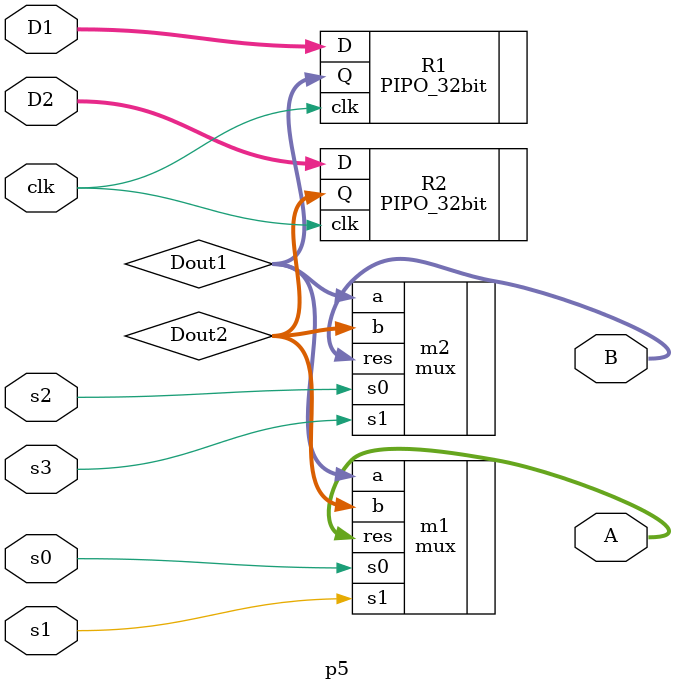
<source format=v>
module p5(D1,D2,A,B,clk,s0,s1,s2,s3);

input [31:0]D1;
input [31:0]D2;

input s0,s1,s2,s3;

input clk;

wire [31:0]Dout1;
wire [31:0]Dout2;

output[31:0] A;
output[31:0] B;

PIPO_32bit R1(.D(D1),.Q(Dout1),.clk(clk));
PIPO_32bit R2(.D(D2),.Q(Dout2),.clk(clk));

mux m1(.res(A),.a(Dout1),.b(Dout2),.s0(s0),.s1(s1));
mux m2(.res(B),.a(Dout1),.b(Dout2),.s0(s2),.s1(s3));

endmodule
</source>
